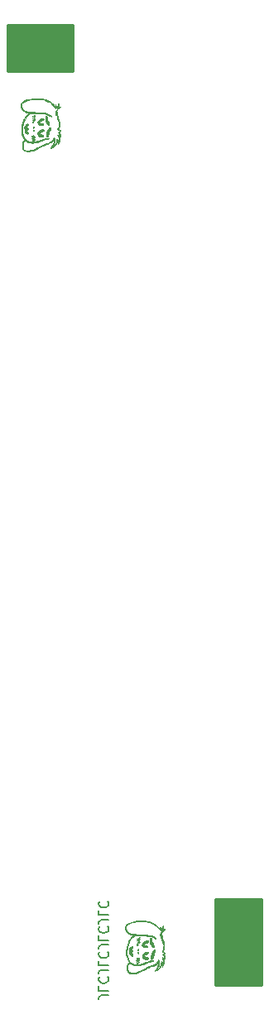
<source format=gbr>
G04 #@! TF.GenerationSoftware,KiCad,Pcbnew,(5.1.12)-1*
G04 #@! TF.CreationDate,2021-11-28T05:59:15+13:00*
G04 #@! TF.ProjectId,RGB-to-component-covers,5247422d-746f-42d6-936f-6d706f6e656e,rev?*
G04 #@! TF.SameCoordinates,Original*
G04 #@! TF.FileFunction,Legend,Bot*
G04 #@! TF.FilePolarity,Positive*
%FSLAX46Y46*%
G04 Gerber Fmt 4.6, Leading zero omitted, Abs format (unit mm)*
G04 Created by KiCad (PCBNEW (5.1.12)-1) date 2021-11-28 05:59:15*
%MOMM*%
%LPD*%
G01*
G04 APERTURE LIST*
%ADD10C,0.150000*%
%ADD11C,0.010000*%
%ADD12C,0.254000*%
%ADD13C,0.100000*%
G04 APERTURE END LIST*
D10*
X87247619Y-179919047D02*
X86533333Y-179919047D01*
X86390476Y-179966666D01*
X86295238Y-180061904D01*
X86247619Y-180204761D01*
X86247619Y-180300000D01*
X86247619Y-178966666D02*
X86247619Y-179442857D01*
X87247619Y-179442857D01*
X86342857Y-178061904D02*
X86295238Y-178109523D01*
X86247619Y-178252380D01*
X86247619Y-178347619D01*
X86295238Y-178490476D01*
X86390476Y-178585714D01*
X86485714Y-178633333D01*
X86676190Y-178680952D01*
X86819047Y-178680952D01*
X87009523Y-178633333D01*
X87104761Y-178585714D01*
X87200000Y-178490476D01*
X87247619Y-178347619D01*
X87247619Y-178252380D01*
X87200000Y-178109523D01*
X87152380Y-178061904D01*
X87247619Y-177347619D02*
X86533333Y-177347619D01*
X86390476Y-177395238D01*
X86295238Y-177490476D01*
X86247619Y-177633333D01*
X86247619Y-177728571D01*
X86247619Y-176395238D02*
X86247619Y-176871428D01*
X87247619Y-176871428D01*
X86342857Y-175490476D02*
X86295238Y-175538095D01*
X86247619Y-175680952D01*
X86247619Y-175776190D01*
X86295238Y-175919047D01*
X86390476Y-176014285D01*
X86485714Y-176061904D01*
X86676190Y-176109523D01*
X86819047Y-176109523D01*
X87009523Y-176061904D01*
X87104761Y-176014285D01*
X87200000Y-175919047D01*
X87247619Y-175776190D01*
X87247619Y-175680952D01*
X87200000Y-175538095D01*
X87152380Y-175490476D01*
X87247619Y-174776190D02*
X86533333Y-174776190D01*
X86390476Y-174823809D01*
X86295238Y-174919047D01*
X86247619Y-175061904D01*
X86247619Y-175157142D01*
X86247619Y-173823809D02*
X86247619Y-174300000D01*
X87247619Y-174300000D01*
X86342857Y-172919047D02*
X86295238Y-172966666D01*
X86247619Y-173109523D01*
X86247619Y-173204761D01*
X86295238Y-173347619D01*
X86390476Y-173442857D01*
X86485714Y-173490476D01*
X86676190Y-173538095D01*
X86819047Y-173538095D01*
X87009523Y-173490476D01*
X87104761Y-173442857D01*
X87200000Y-173347619D01*
X87247619Y-173204761D01*
X87247619Y-173109523D01*
X87200000Y-172966666D01*
X87152380Y-172919047D01*
X87247619Y-172204761D02*
X86533333Y-172204761D01*
X86390476Y-172252380D01*
X86295238Y-172347619D01*
X86247619Y-172490476D01*
X86247619Y-172585714D01*
X86247619Y-171252380D02*
X86247619Y-171728571D01*
X87247619Y-171728571D01*
X86342857Y-170347619D02*
X86295238Y-170395238D01*
X86247619Y-170538095D01*
X86247619Y-170633333D01*
X86295238Y-170776190D01*
X86390476Y-170871428D01*
X86485714Y-170919047D01*
X86676190Y-170966666D01*
X86819047Y-170966666D01*
X87009523Y-170919047D01*
X87104761Y-170871428D01*
X87200000Y-170776190D01*
X87247619Y-170633333D01*
X87247619Y-170538095D01*
X87200000Y-170395238D01*
X87152380Y-170347619D01*
D11*
G36*
X82297758Y-91450333D02*
G01*
X82239343Y-91427769D01*
X82187921Y-91395057D01*
X82142581Y-91353226D01*
X82135444Y-91302576D01*
X82165394Y-91213197D01*
X82179830Y-91178220D01*
X82225205Y-91034155D01*
X82241989Y-90875688D01*
X82228824Y-90688235D01*
X82184351Y-90457214D01*
X82107212Y-90168039D01*
X82075873Y-90062387D01*
X82003675Y-89817546D01*
X81958801Y-89637839D01*
X81942818Y-89507744D01*
X81957293Y-89411741D01*
X82003793Y-89334311D01*
X82083884Y-89259933D01*
X82162949Y-89199764D01*
X82262144Y-89113583D01*
X82283078Y-89059594D01*
X82225742Y-89037827D01*
X82207662Y-89037333D01*
X82153791Y-89024486D01*
X82139872Y-88970300D01*
X82148828Y-88894549D01*
X82152383Y-88784121D01*
X82125414Y-88722978D01*
X82124999Y-88722717D01*
X82085932Y-88729888D01*
X82077790Y-88770252D01*
X82051980Y-88851793D01*
X81988628Y-88954540D01*
X81973479Y-88973833D01*
X81869379Y-89100833D01*
X81867856Y-88963250D01*
X81855424Y-88869580D01*
X81827187Y-88826055D01*
X81824000Y-88825667D01*
X81790914Y-88861547D01*
X81781553Y-88920917D01*
X81775316Y-88967652D01*
X81748489Y-88966379D01*
X81688654Y-88910637D01*
X81622803Y-88838358D01*
X81360907Y-88605420D01*
X81033324Y-88416700D01*
X80744500Y-88305894D01*
X80604051Y-88266335D01*
X80466406Y-88239705D01*
X80309638Y-88223761D01*
X80111822Y-88216260D01*
X79855500Y-88214945D01*
X79476566Y-88226974D01*
X79162412Y-88262995D01*
X78895530Y-88327068D01*
X78658412Y-88423253D01*
X78458500Y-88538976D01*
X78338894Y-88622719D01*
X78273896Y-88690789D01*
X78245089Y-88770356D01*
X78235238Y-88868327D01*
X78261202Y-89105670D01*
X78313233Y-89237382D01*
X78426276Y-89400761D01*
X78587201Y-89521830D01*
X78811167Y-89610963D01*
X78890379Y-89632396D01*
X79110591Y-89687295D01*
X78940673Y-89817398D01*
X78802937Y-89961530D01*
X78668962Y-90171213D01*
X78546154Y-90427410D01*
X78441919Y-90711085D01*
X78363664Y-91003199D01*
X78318794Y-91284715D01*
X78310984Y-91435979D01*
X78328660Y-91635889D01*
X78376647Y-91856168D01*
X78445782Y-92065524D01*
X78526902Y-92232664D01*
X78556985Y-92276107D01*
X78644971Y-92387962D01*
X78519986Y-92560500D01*
X78443478Y-92682683D01*
X78405978Y-92800414D01*
X78395104Y-92955175D01*
X78395000Y-92979249D01*
X78411843Y-93172972D01*
X78457158Y-93346470D01*
X78523130Y-93478107D01*
X78599537Y-93545362D01*
X78737991Y-93577642D01*
X78925858Y-93595136D01*
X79004567Y-93595729D01*
X79004567Y-93524667D01*
X78789300Y-93507796D01*
X78641286Y-93450153D01*
X78548694Y-93341197D01*
X78499691Y-93170384D01*
X78488273Y-93064654D01*
X78482266Y-92906871D01*
X78497351Y-92796707D01*
X78541176Y-92698188D01*
X78579020Y-92637866D01*
X78688656Y-92472196D01*
X78816858Y-92591954D01*
X78974020Y-92686269D01*
X79189822Y-92740478D01*
X79448659Y-92755172D01*
X79734924Y-92730941D01*
X80033013Y-92668375D01*
X80327320Y-92568066D01*
X80410454Y-92531667D01*
X80588752Y-92456158D01*
X80762526Y-92394151D01*
X80900105Y-92356684D01*
X80924417Y-92352543D01*
X81034199Y-92328578D01*
X81097889Y-92297484D01*
X81104334Y-92285349D01*
X81068001Y-92257221D01*
X80969936Y-92258186D01*
X80826536Y-92284719D01*
X80654199Y-92333293D01*
X80469323Y-92400382D01*
X80369363Y-92443382D01*
X80019795Y-92572065D01*
X79667577Y-92644153D01*
X79335657Y-92655735D01*
X79207144Y-92641504D01*
X78977682Y-92562057D01*
X78773922Y-92403002D01*
X78597695Y-92165960D01*
X78532164Y-92043195D01*
X78475174Y-91913552D01*
X78441197Y-91794239D01*
X78424789Y-91655290D01*
X78420503Y-91466735D01*
X78420581Y-91429167D01*
X78427528Y-91212505D01*
X78450758Y-91026748D01*
X78496892Y-90833517D01*
X78556020Y-90643883D01*
X78678904Y-90332286D01*
X78821649Y-90090322D01*
X78994292Y-89903526D01*
X79146826Y-89792540D01*
X79216282Y-89753127D01*
X79285707Y-89726561D01*
X79372452Y-89710824D01*
X79493867Y-89703897D01*
X79667302Y-89703760D01*
X79876347Y-89707644D01*
X80274674Y-89726223D01*
X80601551Y-89764148D01*
X80868433Y-89823571D01*
X81086771Y-89906648D01*
X81169887Y-89950941D01*
X81303141Y-90017096D01*
X81382798Y-90035080D01*
X81401651Y-90011344D01*
X81352490Y-89952335D01*
X81250768Y-89878578D01*
X80995058Y-89751429D01*
X80696293Y-89670586D01*
X80341144Y-89632964D01*
X80174690Y-89629311D01*
X79844709Y-89623205D01*
X79526523Y-89607028D01*
X79234929Y-89582299D01*
X78984724Y-89550537D01*
X78790708Y-89513260D01*
X78674387Y-89475320D01*
X78525720Y-89371080D01*
X78411775Y-89227617D01*
X78339069Y-89064402D01*
X78314118Y-88900909D01*
X78343439Y-88756611D01*
X78405584Y-88672154D01*
X78561901Y-88562419D01*
X78768985Y-88454277D01*
X78994094Y-88363282D01*
X79157000Y-88315185D01*
X79297572Y-88292195D01*
X79493557Y-88273543D01*
X79715726Y-88261537D01*
X79876667Y-88258302D01*
X80110148Y-88260349D01*
X80289676Y-88271336D01*
X80445834Y-88295498D01*
X80609206Y-88337071D01*
X80742265Y-88378165D01*
X80920706Y-88442152D01*
X81076954Y-88510163D01*
X81186752Y-88571151D01*
X81214288Y-88593106D01*
X81301256Y-88667987D01*
X81370795Y-88710635D01*
X81432656Y-88757673D01*
X81515776Y-88848447D01*
X81553335Y-88896703D01*
X81674340Y-89053846D01*
X81762708Y-89148045D01*
X81830337Y-89188366D01*
X81889128Y-89183870D01*
X81913577Y-89171092D01*
X82007327Y-89124532D01*
X82041406Y-89135090D01*
X82013774Y-89197858D01*
X81955386Y-89271640D01*
X81879046Y-89369689D01*
X81839541Y-89462838D01*
X81825284Y-89586561D01*
X81824000Y-89673807D01*
X81830461Y-89808499D01*
X81847319Y-89899752D01*
X81866334Y-89926333D01*
X81908466Y-89892591D01*
X81912887Y-89873417D01*
X81923010Y-89848674D01*
X81940204Y-89887423D01*
X81959845Y-89969302D01*
X81977307Y-90073947D01*
X81987968Y-90180996D01*
X81989114Y-90209060D01*
X82006971Y-90337628D01*
X82046192Y-90435743D01*
X82058596Y-90451215D01*
X82148686Y-90575548D01*
X82183300Y-90722805D01*
X82164037Y-90909460D01*
X82119018Y-91073425D01*
X82023539Y-91370367D01*
X82119769Y-91437770D01*
X82216000Y-91505172D01*
X82115250Y-91586714D01*
X82052538Y-91652324D01*
X82065140Y-91688731D01*
X82068308Y-91690119D01*
X82118958Y-91738059D01*
X82180752Y-91827122D01*
X82230894Y-91920865D01*
X82247334Y-91976350D01*
X82213714Y-91979870D01*
X82142999Y-91958903D01*
X82049268Y-91939366D01*
X82019025Y-91975134D01*
X82052831Y-92064873D01*
X82080132Y-92109141D01*
X82129236Y-92219023D01*
X82157053Y-92350204D01*
X82160767Y-92472628D01*
X82137566Y-92556242D01*
X82123312Y-92570326D01*
X82085424Y-92551317D01*
X82040966Y-92473654D01*
X82030956Y-92448079D01*
X81981696Y-92347877D01*
X81940908Y-92330315D01*
X81914831Y-92393393D01*
X81908667Y-92487243D01*
X81869227Y-92726666D01*
X81750669Y-92936040D01*
X81707554Y-92984917D01*
X81612905Y-93073770D01*
X81565575Y-93095275D01*
X81568540Y-93050772D01*
X81621958Y-92946362D01*
X81678418Y-92821623D01*
X81707583Y-92671680D01*
X81715780Y-92495392D01*
X81709183Y-92311917D01*
X81686101Y-92210176D01*
X81647025Y-92190618D01*
X81592446Y-92253694D01*
X81547990Y-92341206D01*
X81454797Y-92500960D01*
X81330438Y-92615801D01*
X81153961Y-92701886D01*
X81027252Y-92742785D01*
X80897731Y-92789313D01*
X80717033Y-92866690D01*
X80507966Y-92964606D01*
X80293340Y-93072747D01*
X80268690Y-93085713D01*
X79956459Y-93245644D01*
X79700200Y-93364004D01*
X79485238Y-93445888D01*
X79296901Y-93496391D01*
X79120515Y-93520608D01*
X79004567Y-93524667D01*
X79004567Y-93595729D01*
X79128984Y-93596668D01*
X79313216Y-93581059D01*
X79364972Y-93571747D01*
X79492484Y-93533027D01*
X79670063Y-93464050D01*
X79873332Y-93374884D01*
X80060798Y-93284326D01*
X80325019Y-93150506D01*
X80526392Y-93049365D01*
X80677498Y-92975126D01*
X80790916Y-92922012D01*
X80879228Y-92884245D01*
X80955014Y-92856049D01*
X81030855Y-92831645D01*
X81076251Y-92818013D01*
X81295880Y-92736928D01*
X81451584Y-92638134D01*
X81564005Y-92508049D01*
X81575799Y-92489312D01*
X81654351Y-92360500D01*
X81653579Y-92508667D01*
X81622972Y-92689099D01*
X81540541Y-92898027D01*
X81417921Y-93107895D01*
X81376425Y-93165102D01*
X81313539Y-93263765D01*
X81313788Y-93309412D01*
X81374207Y-93301931D01*
X81491828Y-93241210D01*
X81597128Y-93173426D01*
X81801067Y-92989869D01*
X81908581Y-92824176D01*
X82014329Y-92614500D01*
X82038717Y-92762667D01*
X82063104Y-92910833D01*
X82158973Y-92699167D01*
X82225950Y-92506079D01*
X82239023Y-92323656D01*
X82236506Y-92290272D01*
X82230514Y-92169201D01*
X82244457Y-92116525D01*
X82275085Y-92114885D01*
X82319977Y-92102848D01*
X82330111Y-92028944D01*
X82305894Y-91908321D01*
X82266586Y-91799056D01*
X82227846Y-91695149D01*
X82226174Y-91638035D01*
X82261572Y-91598386D01*
X82266586Y-91594665D01*
X82318870Y-91533601D01*
X82330450Y-91474762D01*
X82297758Y-91450333D01*
G37*
X82297758Y-91450333D02*
X82239343Y-91427769D01*
X82187921Y-91395057D01*
X82142581Y-91353226D01*
X82135444Y-91302576D01*
X82165394Y-91213197D01*
X82179830Y-91178220D01*
X82225205Y-91034155D01*
X82241989Y-90875688D01*
X82228824Y-90688235D01*
X82184351Y-90457214D01*
X82107212Y-90168039D01*
X82075873Y-90062387D01*
X82003675Y-89817546D01*
X81958801Y-89637839D01*
X81942818Y-89507744D01*
X81957293Y-89411741D01*
X82003793Y-89334311D01*
X82083884Y-89259933D01*
X82162949Y-89199764D01*
X82262144Y-89113583D01*
X82283078Y-89059594D01*
X82225742Y-89037827D01*
X82207662Y-89037333D01*
X82153791Y-89024486D01*
X82139872Y-88970300D01*
X82148828Y-88894549D01*
X82152383Y-88784121D01*
X82125414Y-88722978D01*
X82124999Y-88722717D01*
X82085932Y-88729888D01*
X82077790Y-88770252D01*
X82051980Y-88851793D01*
X81988628Y-88954540D01*
X81973479Y-88973833D01*
X81869379Y-89100833D01*
X81867856Y-88963250D01*
X81855424Y-88869580D01*
X81827187Y-88826055D01*
X81824000Y-88825667D01*
X81790914Y-88861547D01*
X81781553Y-88920917D01*
X81775316Y-88967652D01*
X81748489Y-88966379D01*
X81688654Y-88910637D01*
X81622803Y-88838358D01*
X81360907Y-88605420D01*
X81033324Y-88416700D01*
X80744500Y-88305894D01*
X80604051Y-88266335D01*
X80466406Y-88239705D01*
X80309638Y-88223761D01*
X80111822Y-88216260D01*
X79855500Y-88214945D01*
X79476566Y-88226974D01*
X79162412Y-88262995D01*
X78895530Y-88327068D01*
X78658412Y-88423253D01*
X78458500Y-88538976D01*
X78338894Y-88622719D01*
X78273896Y-88690789D01*
X78245089Y-88770356D01*
X78235238Y-88868327D01*
X78261202Y-89105670D01*
X78313233Y-89237382D01*
X78426276Y-89400761D01*
X78587201Y-89521830D01*
X78811167Y-89610963D01*
X78890379Y-89632396D01*
X79110591Y-89687295D01*
X78940673Y-89817398D01*
X78802937Y-89961530D01*
X78668962Y-90171213D01*
X78546154Y-90427410D01*
X78441919Y-90711085D01*
X78363664Y-91003199D01*
X78318794Y-91284715D01*
X78310984Y-91435979D01*
X78328660Y-91635889D01*
X78376647Y-91856168D01*
X78445782Y-92065524D01*
X78526902Y-92232664D01*
X78556985Y-92276107D01*
X78644971Y-92387962D01*
X78519986Y-92560500D01*
X78443478Y-92682683D01*
X78405978Y-92800414D01*
X78395104Y-92955175D01*
X78395000Y-92979249D01*
X78411843Y-93172972D01*
X78457158Y-93346470D01*
X78523130Y-93478107D01*
X78599537Y-93545362D01*
X78737991Y-93577642D01*
X78925858Y-93595136D01*
X79004567Y-93595729D01*
X79004567Y-93524667D01*
X78789300Y-93507796D01*
X78641286Y-93450153D01*
X78548694Y-93341197D01*
X78499691Y-93170384D01*
X78488273Y-93064654D01*
X78482266Y-92906871D01*
X78497351Y-92796707D01*
X78541176Y-92698188D01*
X78579020Y-92637866D01*
X78688656Y-92472196D01*
X78816858Y-92591954D01*
X78974020Y-92686269D01*
X79189822Y-92740478D01*
X79448659Y-92755172D01*
X79734924Y-92730941D01*
X80033013Y-92668375D01*
X80327320Y-92568066D01*
X80410454Y-92531667D01*
X80588752Y-92456158D01*
X80762526Y-92394151D01*
X80900105Y-92356684D01*
X80924417Y-92352543D01*
X81034199Y-92328578D01*
X81097889Y-92297484D01*
X81104334Y-92285349D01*
X81068001Y-92257221D01*
X80969936Y-92258186D01*
X80826536Y-92284719D01*
X80654199Y-92333293D01*
X80469323Y-92400382D01*
X80369363Y-92443382D01*
X80019795Y-92572065D01*
X79667577Y-92644153D01*
X79335657Y-92655735D01*
X79207144Y-92641504D01*
X78977682Y-92562057D01*
X78773922Y-92403002D01*
X78597695Y-92165960D01*
X78532164Y-92043195D01*
X78475174Y-91913552D01*
X78441197Y-91794239D01*
X78424789Y-91655290D01*
X78420503Y-91466735D01*
X78420581Y-91429167D01*
X78427528Y-91212505D01*
X78450758Y-91026748D01*
X78496892Y-90833517D01*
X78556020Y-90643883D01*
X78678904Y-90332286D01*
X78821649Y-90090322D01*
X78994292Y-89903526D01*
X79146826Y-89792540D01*
X79216282Y-89753127D01*
X79285707Y-89726561D01*
X79372452Y-89710824D01*
X79493867Y-89703897D01*
X79667302Y-89703760D01*
X79876347Y-89707644D01*
X80274674Y-89726223D01*
X80601551Y-89764148D01*
X80868433Y-89823571D01*
X81086771Y-89906648D01*
X81169887Y-89950941D01*
X81303141Y-90017096D01*
X81382798Y-90035080D01*
X81401651Y-90011344D01*
X81352490Y-89952335D01*
X81250768Y-89878578D01*
X80995058Y-89751429D01*
X80696293Y-89670586D01*
X80341144Y-89632964D01*
X80174690Y-89629311D01*
X79844709Y-89623205D01*
X79526523Y-89607028D01*
X79234929Y-89582299D01*
X78984724Y-89550537D01*
X78790708Y-89513260D01*
X78674387Y-89475320D01*
X78525720Y-89371080D01*
X78411775Y-89227617D01*
X78339069Y-89064402D01*
X78314118Y-88900909D01*
X78343439Y-88756611D01*
X78405584Y-88672154D01*
X78561901Y-88562419D01*
X78768985Y-88454277D01*
X78994094Y-88363282D01*
X79157000Y-88315185D01*
X79297572Y-88292195D01*
X79493557Y-88273543D01*
X79715726Y-88261537D01*
X79876667Y-88258302D01*
X80110148Y-88260349D01*
X80289676Y-88271336D01*
X80445834Y-88295498D01*
X80609206Y-88337071D01*
X80742265Y-88378165D01*
X80920706Y-88442152D01*
X81076954Y-88510163D01*
X81186752Y-88571151D01*
X81214288Y-88593106D01*
X81301256Y-88667987D01*
X81370795Y-88710635D01*
X81432656Y-88757673D01*
X81515776Y-88848447D01*
X81553335Y-88896703D01*
X81674340Y-89053846D01*
X81762708Y-89148045D01*
X81830337Y-89188366D01*
X81889128Y-89183870D01*
X81913577Y-89171092D01*
X82007327Y-89124532D01*
X82041406Y-89135090D01*
X82013774Y-89197858D01*
X81955386Y-89271640D01*
X81879046Y-89369689D01*
X81839541Y-89462838D01*
X81825284Y-89586561D01*
X81824000Y-89673807D01*
X81830461Y-89808499D01*
X81847319Y-89899752D01*
X81866334Y-89926333D01*
X81908466Y-89892591D01*
X81912887Y-89873417D01*
X81923010Y-89848674D01*
X81940204Y-89887423D01*
X81959845Y-89969302D01*
X81977307Y-90073947D01*
X81987968Y-90180996D01*
X81989114Y-90209060D01*
X82006971Y-90337628D01*
X82046192Y-90435743D01*
X82058596Y-90451215D01*
X82148686Y-90575548D01*
X82183300Y-90722805D01*
X82164037Y-90909460D01*
X82119018Y-91073425D01*
X82023539Y-91370367D01*
X82119769Y-91437770D01*
X82216000Y-91505172D01*
X82115250Y-91586714D01*
X82052538Y-91652324D01*
X82065140Y-91688731D01*
X82068308Y-91690119D01*
X82118958Y-91738059D01*
X82180752Y-91827122D01*
X82230894Y-91920865D01*
X82247334Y-91976350D01*
X82213714Y-91979870D01*
X82142999Y-91958903D01*
X82049268Y-91939366D01*
X82019025Y-91975134D01*
X82052831Y-92064873D01*
X82080132Y-92109141D01*
X82129236Y-92219023D01*
X82157053Y-92350204D01*
X82160767Y-92472628D01*
X82137566Y-92556242D01*
X82123312Y-92570326D01*
X82085424Y-92551317D01*
X82040966Y-92473654D01*
X82030956Y-92448079D01*
X81981696Y-92347877D01*
X81940908Y-92330315D01*
X81914831Y-92393393D01*
X81908667Y-92487243D01*
X81869227Y-92726666D01*
X81750669Y-92936040D01*
X81707554Y-92984917D01*
X81612905Y-93073770D01*
X81565575Y-93095275D01*
X81568540Y-93050772D01*
X81621958Y-92946362D01*
X81678418Y-92821623D01*
X81707583Y-92671680D01*
X81715780Y-92495392D01*
X81709183Y-92311917D01*
X81686101Y-92210176D01*
X81647025Y-92190618D01*
X81592446Y-92253694D01*
X81547990Y-92341206D01*
X81454797Y-92500960D01*
X81330438Y-92615801D01*
X81153961Y-92701886D01*
X81027252Y-92742785D01*
X80897731Y-92789313D01*
X80717033Y-92866690D01*
X80507966Y-92964606D01*
X80293340Y-93072747D01*
X80268690Y-93085713D01*
X79956459Y-93245644D01*
X79700200Y-93364004D01*
X79485238Y-93445888D01*
X79296901Y-93496391D01*
X79120515Y-93520608D01*
X79004567Y-93524667D01*
X79004567Y-93595729D01*
X79128984Y-93596668D01*
X79313216Y-93581059D01*
X79364972Y-93571747D01*
X79492484Y-93533027D01*
X79670063Y-93464050D01*
X79873332Y-93374884D01*
X80060798Y-93284326D01*
X80325019Y-93150506D01*
X80526392Y-93049365D01*
X80677498Y-92975126D01*
X80790916Y-92922012D01*
X80879228Y-92884245D01*
X80955014Y-92856049D01*
X81030855Y-92831645D01*
X81076251Y-92818013D01*
X81295880Y-92736928D01*
X81451584Y-92638134D01*
X81564005Y-92508049D01*
X81575799Y-92489312D01*
X81654351Y-92360500D01*
X81653579Y-92508667D01*
X81622972Y-92689099D01*
X81540541Y-92898027D01*
X81417921Y-93107895D01*
X81376425Y-93165102D01*
X81313539Y-93263765D01*
X81313788Y-93309412D01*
X81374207Y-93301931D01*
X81491828Y-93241210D01*
X81597128Y-93173426D01*
X81801067Y-92989869D01*
X81908581Y-92824176D01*
X82014329Y-92614500D01*
X82038717Y-92762667D01*
X82063104Y-92910833D01*
X82158973Y-92699167D01*
X82225950Y-92506079D01*
X82239023Y-92323656D01*
X82236506Y-92290272D01*
X82230514Y-92169201D01*
X82244457Y-92116525D01*
X82275085Y-92114885D01*
X82319977Y-92102848D01*
X82330111Y-92028944D01*
X82305894Y-91908321D01*
X82266586Y-91799056D01*
X82227846Y-91695149D01*
X82226174Y-91638035D01*
X82261572Y-91598386D01*
X82266586Y-91594665D01*
X82318870Y-91533601D01*
X82330450Y-91474762D01*
X82297758Y-91450333D01*
G36*
X78969947Y-90789809D02*
G01*
X78963710Y-90787238D01*
X78887531Y-90800219D01*
X78779913Y-90876764D01*
X78752044Y-90902705D01*
X78646210Y-91024793D01*
X78610387Y-91126032D01*
X78639029Y-91223778D01*
X78645859Y-91235034D01*
X78666357Y-91317248D01*
X78662176Y-91427876D01*
X78669520Y-91538506D01*
X78716327Y-91647933D01*
X78787916Y-91741928D01*
X78869605Y-91806262D01*
X78946715Y-91826706D01*
X79004564Y-91789031D01*
X79014214Y-91769078D01*
X79006391Y-91696023D01*
X78955258Y-91601752D01*
X78948737Y-91593211D01*
X78892080Y-91510844D01*
X78888560Y-91456874D01*
X78923519Y-91408717D01*
X78982536Y-91305085D01*
X78958327Y-91213262D01*
X78913584Y-91169222D01*
X78866913Y-91123701D01*
X78878870Y-91082346D01*
X78934750Y-91030770D01*
X79011557Y-90936166D01*
X79024077Y-90849214D01*
X78969947Y-90789809D01*
G37*
X78969947Y-90789809D02*
X78963710Y-90787238D01*
X78887531Y-90800219D01*
X78779913Y-90876764D01*
X78752044Y-90902705D01*
X78646210Y-91024793D01*
X78610387Y-91126032D01*
X78639029Y-91223778D01*
X78645859Y-91235034D01*
X78666357Y-91317248D01*
X78662176Y-91427876D01*
X78669520Y-91538506D01*
X78716327Y-91647933D01*
X78787916Y-91741928D01*
X78869605Y-91806262D01*
X78946715Y-91826706D01*
X79004564Y-91789031D01*
X79014214Y-91769078D01*
X79006391Y-91696023D01*
X78955258Y-91601752D01*
X78948737Y-91593211D01*
X78892080Y-91510844D01*
X78888560Y-91456874D01*
X78923519Y-91408717D01*
X78982536Y-91305085D01*
X78958327Y-91213262D01*
X78913584Y-91169222D01*
X78866913Y-91123701D01*
X78878870Y-91082346D01*
X78934750Y-91030770D01*
X79011557Y-90936166D01*
X79024077Y-90849214D01*
X78969947Y-90789809D01*
G36*
X79673112Y-92121604D02*
G01*
X79586719Y-92143922D01*
X79538431Y-92162561D01*
X79435252Y-92212621D01*
X79375243Y-92254739D01*
X79369098Y-92265818D01*
X79402916Y-92271834D01*
X79487899Y-92247511D01*
X79522004Y-92234068D01*
X79623303Y-92193282D01*
X79685176Y-92171257D01*
X79691337Y-92170000D01*
X79707092Y-92137597D01*
X79707334Y-92130811D01*
X79673112Y-92121604D01*
G37*
X79673112Y-92121604D02*
X79586719Y-92143922D01*
X79538431Y-92162561D01*
X79435252Y-92212621D01*
X79375243Y-92254739D01*
X79369098Y-92265818D01*
X79402916Y-92271834D01*
X79487899Y-92247511D01*
X79522004Y-92234068D01*
X79623303Y-92193282D01*
X79685176Y-92171257D01*
X79691337Y-92170000D01*
X79707092Y-92137597D01*
X79707334Y-92130811D01*
X79673112Y-92121604D01*
G36*
X79651394Y-92015282D02*
G01*
X79602252Y-92015806D01*
X79544409Y-92039570D01*
X79455929Y-92079299D01*
X79423592Y-92078490D01*
X79456566Y-92039370D01*
X79476993Y-92023180D01*
X79530474Y-91972785D01*
X79510045Y-91961235D01*
X79435630Y-91984029D01*
X79380544Y-92018455D01*
X79382228Y-92077984D01*
X79396494Y-92116455D01*
X79430540Y-92143718D01*
X79504913Y-92122515D01*
X79545253Y-92102750D01*
X79624719Y-92053337D01*
X79653039Y-92018281D01*
X79651394Y-92015282D01*
G37*
X79651394Y-92015282D02*
X79602252Y-92015806D01*
X79544409Y-92039570D01*
X79455929Y-92079299D01*
X79423592Y-92078490D01*
X79456566Y-92039370D01*
X79476993Y-92023180D01*
X79530474Y-91972785D01*
X79510045Y-91961235D01*
X79435630Y-91984029D01*
X79380544Y-92018455D01*
X79382228Y-92077984D01*
X79396494Y-92116455D01*
X79430540Y-92143718D01*
X79504913Y-92122515D01*
X79545253Y-92102750D01*
X79624719Y-92053337D01*
X79653039Y-92018281D01*
X79651394Y-92015282D01*
G36*
X79640589Y-92393897D02*
G01*
X79554293Y-92425080D01*
X79471276Y-92474093D01*
X79426436Y-92523662D01*
X79425112Y-92531515D01*
X79441539Y-92586852D01*
X79454680Y-92593333D01*
X79505039Y-92570723D01*
X79579890Y-92517685D01*
X79651932Y-92456407D01*
X79693862Y-92409078D01*
X79695261Y-92397816D01*
X79640589Y-92393897D01*
G37*
X79640589Y-92393897D02*
X79554293Y-92425080D01*
X79471276Y-92474093D01*
X79426436Y-92523662D01*
X79425112Y-92531515D01*
X79441539Y-92586852D01*
X79454680Y-92593333D01*
X79505039Y-92570723D01*
X79579890Y-92517685D01*
X79651932Y-92456407D01*
X79693862Y-92409078D01*
X79695261Y-92397816D01*
X79640589Y-92393897D01*
G36*
X79635869Y-92259540D02*
G01*
X79569073Y-92280762D01*
X79495667Y-92318167D01*
X79435182Y-92362260D01*
X79451717Y-92379996D01*
X79455826Y-92380167D01*
X79540146Y-92357081D01*
X79603993Y-92319513D01*
X79651997Y-92272513D01*
X79635869Y-92259540D01*
G37*
X79635869Y-92259540D02*
X79569073Y-92280762D01*
X79495667Y-92318167D01*
X79435182Y-92362260D01*
X79451717Y-92379996D01*
X79455826Y-92380167D01*
X79540146Y-92357081D01*
X79603993Y-92319513D01*
X79651997Y-92272513D01*
X79635869Y-92259540D01*
G36*
X79516429Y-90616313D02*
G01*
X79448258Y-90647234D01*
X79411217Y-90691209D01*
X79411000Y-90694352D01*
X79441676Y-90707658D01*
X79499293Y-90686393D01*
X79560000Y-90643684D01*
X79568852Y-90620407D01*
X79516429Y-90616313D01*
G37*
X79516429Y-90616313D02*
X79448258Y-90647234D01*
X79411217Y-90691209D01*
X79411000Y-90694352D01*
X79441676Y-90707658D01*
X79499293Y-90686393D01*
X79560000Y-90643684D01*
X79568852Y-90620407D01*
X79516429Y-90616313D01*
G36*
X79696403Y-90360911D02*
G01*
X79614899Y-90413137D01*
X79559167Y-90457655D01*
X79432167Y-90565222D01*
X79567066Y-90500079D01*
X79665165Y-90444800D01*
X79725389Y-90396413D01*
X79728314Y-90392301D01*
X79738562Y-90352284D01*
X79696403Y-90360911D01*
G37*
X79696403Y-90360911D02*
X79614899Y-90413137D01*
X79559167Y-90457655D01*
X79432167Y-90565222D01*
X79567066Y-90500079D01*
X79665165Y-90444800D01*
X79725389Y-90396413D01*
X79728314Y-90392301D01*
X79738562Y-90352284D01*
X79696403Y-90360911D01*
G36*
X79692844Y-90224075D02*
G01*
X79637714Y-90246985D01*
X79553382Y-90304339D01*
X79549552Y-90307333D01*
X79488819Y-90363882D01*
X79481091Y-90391469D01*
X79485268Y-90392000D01*
X79536569Y-90372164D01*
X79605837Y-90325881D01*
X79668547Y-90272994D01*
X79700174Y-90233341D01*
X79692844Y-90224075D01*
G37*
X79692844Y-90224075D02*
X79637714Y-90246985D01*
X79553382Y-90304339D01*
X79549552Y-90307333D01*
X79488819Y-90363882D01*
X79481091Y-90391469D01*
X79485268Y-90392000D01*
X79536569Y-90372164D01*
X79605837Y-90325881D01*
X79668547Y-90272994D01*
X79700174Y-90233341D01*
X79692844Y-90224075D01*
G36*
X79722442Y-90011287D02*
G01*
X79716417Y-90011000D01*
X79658981Y-90037221D01*
X79576784Y-90099038D01*
X79499177Y-90171186D01*
X79455509Y-90228397D01*
X79453334Y-90237481D01*
X79482998Y-90237772D01*
X79556537Y-90196740D01*
X79579054Y-90181245D01*
X79686400Y-90096021D01*
X79736562Y-90036436D01*
X79722442Y-90011287D01*
G37*
X79722442Y-90011287D02*
X79716417Y-90011000D01*
X79658981Y-90037221D01*
X79576784Y-90099038D01*
X79499177Y-90171186D01*
X79455509Y-90228397D01*
X79453334Y-90237481D01*
X79482998Y-90237772D01*
X79556537Y-90196740D01*
X79579054Y-90181245D01*
X79686400Y-90096021D01*
X79736562Y-90036436D01*
X79722442Y-90011287D01*
G36*
X79708214Y-89891916D02*
G01*
X79647019Y-89904016D01*
X79561024Y-89951127D01*
X79484913Y-90010571D01*
X79453334Y-90058591D01*
X79484107Y-90061643D01*
X79561474Y-90024508D01*
X79599799Y-90000806D01*
X79681217Y-89939674D01*
X79713045Y-89898848D01*
X79708214Y-89891916D01*
G37*
X79708214Y-89891916D02*
X79647019Y-89904016D01*
X79561024Y-89951127D01*
X79484913Y-90010571D01*
X79453334Y-90058591D01*
X79484107Y-90061643D01*
X79561474Y-90024508D01*
X79599799Y-90000806D01*
X79681217Y-89939674D01*
X79713045Y-89898848D01*
X79708214Y-89891916D01*
G36*
X79588978Y-91450918D02*
G01*
X79559167Y-91435025D01*
X79504553Y-91441529D01*
X79495667Y-91472829D01*
X79529583Y-91527794D01*
X79559167Y-91535000D01*
X79615538Y-91514547D01*
X79622667Y-91497196D01*
X79588978Y-91450918D01*
G37*
X79588978Y-91450918D02*
X79559167Y-91435025D01*
X79504553Y-91441529D01*
X79495667Y-91472829D01*
X79529583Y-91527794D01*
X79559167Y-91535000D01*
X79615538Y-91514547D01*
X79622667Y-91497196D01*
X79588978Y-91450918D01*
G36*
X79606945Y-91079166D02*
G01*
X79573793Y-91078549D01*
X79517594Y-91131980D01*
X79502208Y-91172967D01*
X79511390Y-91228834D01*
X79544541Y-91229451D01*
X79600741Y-91176020D01*
X79616127Y-91135033D01*
X79606945Y-91079166D01*
G37*
X79606945Y-91079166D02*
X79573793Y-91078549D01*
X79517594Y-91131980D01*
X79502208Y-91172967D01*
X79511390Y-91228834D01*
X79544541Y-91229451D01*
X79600741Y-91176020D01*
X79616127Y-91135033D01*
X79606945Y-91079166D01*
G36*
X80610455Y-91426072D02*
G01*
X80549613Y-91369171D01*
X80443443Y-91365331D01*
X80308702Y-91410048D01*
X80162149Y-91498816D01*
X80077750Y-91569260D01*
X79982700Y-91696845D01*
X79971781Y-91827677D01*
X80044513Y-91967978D01*
X80046662Y-91970727D01*
X80164494Y-92074270D01*
X80307931Y-92136594D01*
X80446945Y-92147632D01*
X80512878Y-92127019D01*
X80576998Y-92064268D01*
X80578451Y-92015125D01*
X80556797Y-91949188D01*
X80554000Y-91933704D01*
X80517204Y-91921147D01*
X80430024Y-91916000D01*
X80314645Y-91894481D01*
X80230785Y-91841257D01*
X80197613Y-91773326D01*
X80215276Y-91725570D01*
X80284402Y-91672932D01*
X80390229Y-91619713D01*
X80396654Y-91617126D01*
X80536782Y-91552991D01*
X80605439Y-91496245D01*
X80613987Y-91436737D01*
X80610455Y-91426072D01*
G37*
X80610455Y-91426072D02*
X80549613Y-91369171D01*
X80443443Y-91365331D01*
X80308702Y-91410048D01*
X80162149Y-91498816D01*
X80077750Y-91569260D01*
X79982700Y-91696845D01*
X79971781Y-91827677D01*
X80044513Y-91967978D01*
X80046662Y-91970727D01*
X80164494Y-92074270D01*
X80307931Y-92136594D01*
X80446945Y-92147632D01*
X80512878Y-92127019D01*
X80576998Y-92064268D01*
X80578451Y-92015125D01*
X80556797Y-91949188D01*
X80554000Y-91933704D01*
X80517204Y-91921147D01*
X80430024Y-91916000D01*
X80314645Y-91894481D01*
X80230785Y-91841257D01*
X80197613Y-91773326D01*
X80215276Y-91725570D01*
X80284402Y-91672932D01*
X80390229Y-91619713D01*
X80396654Y-91617126D01*
X80536782Y-91552991D01*
X80605439Y-91496245D01*
X80613987Y-91436737D01*
X80610455Y-91426072D01*
G36*
X80579067Y-90248385D02*
G01*
X80512765Y-90225487D01*
X80443187Y-90222667D01*
X80331343Y-90237723D01*
X80229544Y-90293466D01*
X80125687Y-90387020D01*
X80003539Y-90540798D01*
X79963639Y-90676084D01*
X80005817Y-90793781D01*
X80042715Y-90833527D01*
X80144032Y-90889465D01*
X80280148Y-90923863D01*
X80414067Y-90930948D01*
X80507253Y-90906010D01*
X80548974Y-90843651D01*
X80524323Y-90779404D01*
X80447824Y-90736365D01*
X80396579Y-90730019D01*
X80290219Y-90718177D01*
X80226569Y-90696173D01*
X80201959Y-90642531D01*
X80239094Y-90569902D01*
X80323257Y-90495667D01*
X80439736Y-90437204D01*
X80448298Y-90434290D01*
X80561532Y-90376248D01*
X80596334Y-90304050D01*
X80579067Y-90248385D01*
G37*
X80579067Y-90248385D02*
X80512765Y-90225487D01*
X80443187Y-90222667D01*
X80331343Y-90237723D01*
X80229544Y-90293466D01*
X80125687Y-90387020D01*
X80003539Y-90540798D01*
X79963639Y-90676084D01*
X80005817Y-90793781D01*
X80042715Y-90833527D01*
X80144032Y-90889465D01*
X80280148Y-90923863D01*
X80414067Y-90930948D01*
X80507253Y-90906010D01*
X80548974Y-90843651D01*
X80524323Y-90779404D01*
X80447824Y-90736365D01*
X80396579Y-90730019D01*
X80290219Y-90718177D01*
X80226569Y-90696173D01*
X80201959Y-90642531D01*
X80239094Y-90569902D01*
X80323257Y-90495667D01*
X80439736Y-90437204D01*
X80448298Y-90434290D01*
X80561532Y-90376248D01*
X80596334Y-90304050D01*
X80579067Y-90248385D01*
G36*
X81172686Y-90749579D02*
G01*
X81099942Y-90603909D01*
X81083167Y-90578473D01*
X80997393Y-90396217D01*
X80977334Y-90262555D01*
X80965797Y-90097241D01*
X80927971Y-90003050D01*
X80859033Y-89969205D01*
X80845805Y-89968667D01*
X80801635Y-89978860D01*
X80777353Y-90021943D01*
X80767291Y-90116671D01*
X80765667Y-90233815D01*
X80772170Y-90397115D01*
X80800291Y-90518658D01*
X80862955Y-90640730D01*
X80914017Y-90719250D01*
X81017662Y-90855392D01*
X81094096Y-90914647D01*
X81125683Y-90915239D01*
X81181559Y-90855675D01*
X81172686Y-90749579D01*
G37*
X81172686Y-90749579D02*
X81099942Y-90603909D01*
X81083167Y-90578473D01*
X80997393Y-90396217D01*
X80977334Y-90262555D01*
X80965797Y-90097241D01*
X80927971Y-90003050D01*
X80859033Y-89969205D01*
X80845805Y-89968667D01*
X80801635Y-89978860D01*
X80777353Y-90021943D01*
X80767291Y-90116671D01*
X80765667Y-90233815D01*
X80772170Y-90397115D01*
X80800291Y-90518658D01*
X80862955Y-90640730D01*
X80914017Y-90719250D01*
X81017662Y-90855392D01*
X81094096Y-90914647D01*
X81125683Y-90915239D01*
X81181559Y-90855675D01*
X81172686Y-90749579D01*
G36*
X81280330Y-91186369D02*
G01*
X81276996Y-91182729D01*
X81210584Y-91157113D01*
X81156085Y-91180228D01*
X81099289Y-91247591D01*
X81036983Y-91370832D01*
X80975619Y-91528801D01*
X80921646Y-91700349D01*
X80881516Y-91864328D01*
X80861678Y-91999588D01*
X80868582Y-92084979D01*
X80876393Y-92097281D01*
X80941129Y-92123854D01*
X80980668Y-92127667D01*
X81035258Y-92100947D01*
X81071471Y-92010974D01*
X81083724Y-91947750D01*
X81115586Y-91810659D01*
X81168594Y-91637956D01*
X81218939Y-91499278D01*
X81275817Y-91340430D01*
X81295363Y-91241134D01*
X81280330Y-91186369D01*
G37*
X81280330Y-91186369D02*
X81276996Y-91182729D01*
X81210584Y-91157113D01*
X81156085Y-91180228D01*
X81099289Y-91247591D01*
X81036983Y-91370832D01*
X80975619Y-91528801D01*
X80921646Y-91700349D01*
X80881516Y-91864328D01*
X80861678Y-91999588D01*
X80868582Y-92084979D01*
X80876393Y-92097281D01*
X80941129Y-92123854D01*
X80980668Y-92127667D01*
X81035258Y-92100947D01*
X81071471Y-92010974D01*
X81083724Y-91947750D01*
X81115586Y-91810659D01*
X81168594Y-91637956D01*
X81218939Y-91499278D01*
X81275817Y-91340430D01*
X81295363Y-91241134D01*
X81280330Y-91186369D01*
G36*
X91980330Y-175286369D02*
G01*
X91976996Y-175282729D01*
X91910584Y-175257113D01*
X91856085Y-175280228D01*
X91799289Y-175347591D01*
X91736983Y-175470832D01*
X91675619Y-175628801D01*
X91621646Y-175800349D01*
X91581516Y-175964328D01*
X91561678Y-176099588D01*
X91568582Y-176184979D01*
X91576393Y-176197281D01*
X91641129Y-176223854D01*
X91680668Y-176227667D01*
X91735258Y-176200947D01*
X91771471Y-176110974D01*
X91783724Y-176047750D01*
X91815586Y-175910659D01*
X91868594Y-175737956D01*
X91918939Y-175599278D01*
X91975817Y-175440430D01*
X91995363Y-175341134D01*
X91980330Y-175286369D01*
G37*
X91980330Y-175286369D02*
X91976996Y-175282729D01*
X91910584Y-175257113D01*
X91856085Y-175280228D01*
X91799289Y-175347591D01*
X91736983Y-175470832D01*
X91675619Y-175628801D01*
X91621646Y-175800349D01*
X91581516Y-175964328D01*
X91561678Y-176099588D01*
X91568582Y-176184979D01*
X91576393Y-176197281D01*
X91641129Y-176223854D01*
X91680668Y-176227667D01*
X91735258Y-176200947D01*
X91771471Y-176110974D01*
X91783724Y-176047750D01*
X91815586Y-175910659D01*
X91868594Y-175737956D01*
X91918939Y-175599278D01*
X91975817Y-175440430D01*
X91995363Y-175341134D01*
X91980330Y-175286369D01*
G36*
X91872686Y-174849579D02*
G01*
X91799942Y-174703909D01*
X91783167Y-174678473D01*
X91697393Y-174496217D01*
X91677334Y-174362555D01*
X91665797Y-174197241D01*
X91627971Y-174103050D01*
X91559033Y-174069205D01*
X91545805Y-174068667D01*
X91501635Y-174078860D01*
X91477353Y-174121943D01*
X91467291Y-174216671D01*
X91465667Y-174333815D01*
X91472170Y-174497115D01*
X91500291Y-174618658D01*
X91562955Y-174740730D01*
X91614017Y-174819250D01*
X91717662Y-174955392D01*
X91794096Y-175014647D01*
X91825683Y-175015239D01*
X91881559Y-174955675D01*
X91872686Y-174849579D01*
G37*
X91872686Y-174849579D02*
X91799942Y-174703909D01*
X91783167Y-174678473D01*
X91697393Y-174496217D01*
X91677334Y-174362555D01*
X91665797Y-174197241D01*
X91627971Y-174103050D01*
X91559033Y-174069205D01*
X91545805Y-174068667D01*
X91501635Y-174078860D01*
X91477353Y-174121943D01*
X91467291Y-174216671D01*
X91465667Y-174333815D01*
X91472170Y-174497115D01*
X91500291Y-174618658D01*
X91562955Y-174740730D01*
X91614017Y-174819250D01*
X91717662Y-174955392D01*
X91794096Y-175014647D01*
X91825683Y-175015239D01*
X91881559Y-174955675D01*
X91872686Y-174849579D01*
G36*
X91279067Y-174348385D02*
G01*
X91212765Y-174325487D01*
X91143187Y-174322667D01*
X91031343Y-174337723D01*
X90929544Y-174393466D01*
X90825687Y-174487020D01*
X90703539Y-174640798D01*
X90663639Y-174776084D01*
X90705817Y-174893781D01*
X90742715Y-174933527D01*
X90844032Y-174989465D01*
X90980148Y-175023863D01*
X91114067Y-175030948D01*
X91207253Y-175006010D01*
X91248974Y-174943651D01*
X91224323Y-174879404D01*
X91147824Y-174836365D01*
X91096579Y-174830019D01*
X90990219Y-174818177D01*
X90926569Y-174796173D01*
X90901959Y-174742531D01*
X90939094Y-174669902D01*
X91023257Y-174595667D01*
X91139736Y-174537204D01*
X91148298Y-174534290D01*
X91261532Y-174476248D01*
X91296334Y-174404050D01*
X91279067Y-174348385D01*
G37*
X91279067Y-174348385D02*
X91212765Y-174325487D01*
X91143187Y-174322667D01*
X91031343Y-174337723D01*
X90929544Y-174393466D01*
X90825687Y-174487020D01*
X90703539Y-174640798D01*
X90663639Y-174776084D01*
X90705817Y-174893781D01*
X90742715Y-174933527D01*
X90844032Y-174989465D01*
X90980148Y-175023863D01*
X91114067Y-175030948D01*
X91207253Y-175006010D01*
X91248974Y-174943651D01*
X91224323Y-174879404D01*
X91147824Y-174836365D01*
X91096579Y-174830019D01*
X90990219Y-174818177D01*
X90926569Y-174796173D01*
X90901959Y-174742531D01*
X90939094Y-174669902D01*
X91023257Y-174595667D01*
X91139736Y-174537204D01*
X91148298Y-174534290D01*
X91261532Y-174476248D01*
X91296334Y-174404050D01*
X91279067Y-174348385D01*
G36*
X91310455Y-175526072D02*
G01*
X91249613Y-175469171D01*
X91143443Y-175465331D01*
X91008702Y-175510048D01*
X90862149Y-175598816D01*
X90777750Y-175669260D01*
X90682700Y-175796845D01*
X90671781Y-175927677D01*
X90744513Y-176067978D01*
X90746662Y-176070727D01*
X90864494Y-176174270D01*
X91007931Y-176236594D01*
X91146945Y-176247632D01*
X91212878Y-176227019D01*
X91276998Y-176164268D01*
X91278451Y-176115125D01*
X91256797Y-176049188D01*
X91254000Y-176033704D01*
X91217204Y-176021147D01*
X91130024Y-176016000D01*
X91014645Y-175994481D01*
X90930785Y-175941257D01*
X90897613Y-175873326D01*
X90915276Y-175825570D01*
X90984402Y-175772932D01*
X91090229Y-175719713D01*
X91096654Y-175717126D01*
X91236782Y-175652991D01*
X91305439Y-175596245D01*
X91313987Y-175536737D01*
X91310455Y-175526072D01*
G37*
X91310455Y-175526072D02*
X91249613Y-175469171D01*
X91143443Y-175465331D01*
X91008702Y-175510048D01*
X90862149Y-175598816D01*
X90777750Y-175669260D01*
X90682700Y-175796845D01*
X90671781Y-175927677D01*
X90744513Y-176067978D01*
X90746662Y-176070727D01*
X90864494Y-176174270D01*
X91007931Y-176236594D01*
X91146945Y-176247632D01*
X91212878Y-176227019D01*
X91276998Y-176164268D01*
X91278451Y-176115125D01*
X91256797Y-176049188D01*
X91254000Y-176033704D01*
X91217204Y-176021147D01*
X91130024Y-176016000D01*
X91014645Y-175994481D01*
X90930785Y-175941257D01*
X90897613Y-175873326D01*
X90915276Y-175825570D01*
X90984402Y-175772932D01*
X91090229Y-175719713D01*
X91096654Y-175717126D01*
X91236782Y-175652991D01*
X91305439Y-175596245D01*
X91313987Y-175536737D01*
X91310455Y-175526072D01*
G36*
X90306945Y-175179166D02*
G01*
X90273793Y-175178549D01*
X90217594Y-175231980D01*
X90202208Y-175272967D01*
X90211390Y-175328834D01*
X90244541Y-175329451D01*
X90300741Y-175276020D01*
X90316127Y-175235033D01*
X90306945Y-175179166D01*
G37*
X90306945Y-175179166D02*
X90273793Y-175178549D01*
X90217594Y-175231980D01*
X90202208Y-175272967D01*
X90211390Y-175328834D01*
X90244541Y-175329451D01*
X90300741Y-175276020D01*
X90316127Y-175235033D01*
X90306945Y-175179166D01*
G36*
X90288978Y-175550918D02*
G01*
X90259167Y-175535025D01*
X90204553Y-175541529D01*
X90195667Y-175572829D01*
X90229583Y-175627794D01*
X90259167Y-175635000D01*
X90315538Y-175614547D01*
X90322667Y-175597196D01*
X90288978Y-175550918D01*
G37*
X90288978Y-175550918D02*
X90259167Y-175535025D01*
X90204553Y-175541529D01*
X90195667Y-175572829D01*
X90229583Y-175627794D01*
X90259167Y-175635000D01*
X90315538Y-175614547D01*
X90322667Y-175597196D01*
X90288978Y-175550918D01*
G36*
X90408214Y-173991916D02*
G01*
X90347019Y-174004016D01*
X90261024Y-174051127D01*
X90184913Y-174110571D01*
X90153334Y-174158591D01*
X90184107Y-174161643D01*
X90261474Y-174124508D01*
X90299799Y-174100806D01*
X90381217Y-174039674D01*
X90413045Y-173998848D01*
X90408214Y-173991916D01*
G37*
X90408214Y-173991916D02*
X90347019Y-174004016D01*
X90261024Y-174051127D01*
X90184913Y-174110571D01*
X90153334Y-174158591D01*
X90184107Y-174161643D01*
X90261474Y-174124508D01*
X90299799Y-174100806D01*
X90381217Y-174039674D01*
X90413045Y-173998848D01*
X90408214Y-173991916D01*
G36*
X90422442Y-174111287D02*
G01*
X90416417Y-174111000D01*
X90358981Y-174137221D01*
X90276784Y-174199038D01*
X90199177Y-174271186D01*
X90155509Y-174328397D01*
X90153334Y-174337481D01*
X90182998Y-174337772D01*
X90256537Y-174296740D01*
X90279054Y-174281245D01*
X90386400Y-174196021D01*
X90436562Y-174136436D01*
X90422442Y-174111287D01*
G37*
X90422442Y-174111287D02*
X90416417Y-174111000D01*
X90358981Y-174137221D01*
X90276784Y-174199038D01*
X90199177Y-174271186D01*
X90155509Y-174328397D01*
X90153334Y-174337481D01*
X90182998Y-174337772D01*
X90256537Y-174296740D01*
X90279054Y-174281245D01*
X90386400Y-174196021D01*
X90436562Y-174136436D01*
X90422442Y-174111287D01*
G36*
X90392844Y-174324075D02*
G01*
X90337714Y-174346985D01*
X90253382Y-174404339D01*
X90249552Y-174407333D01*
X90188819Y-174463882D01*
X90181091Y-174491469D01*
X90185268Y-174492000D01*
X90236569Y-174472164D01*
X90305837Y-174425881D01*
X90368547Y-174372994D01*
X90400174Y-174333341D01*
X90392844Y-174324075D01*
G37*
X90392844Y-174324075D02*
X90337714Y-174346985D01*
X90253382Y-174404339D01*
X90249552Y-174407333D01*
X90188819Y-174463882D01*
X90181091Y-174491469D01*
X90185268Y-174492000D01*
X90236569Y-174472164D01*
X90305837Y-174425881D01*
X90368547Y-174372994D01*
X90400174Y-174333341D01*
X90392844Y-174324075D01*
G36*
X90396403Y-174460911D02*
G01*
X90314899Y-174513137D01*
X90259167Y-174557655D01*
X90132167Y-174665222D01*
X90267066Y-174600079D01*
X90365165Y-174544800D01*
X90425389Y-174496413D01*
X90428314Y-174492301D01*
X90438562Y-174452284D01*
X90396403Y-174460911D01*
G37*
X90396403Y-174460911D02*
X90314899Y-174513137D01*
X90259167Y-174557655D01*
X90132167Y-174665222D01*
X90267066Y-174600079D01*
X90365165Y-174544800D01*
X90425389Y-174496413D01*
X90428314Y-174492301D01*
X90438562Y-174452284D01*
X90396403Y-174460911D01*
G36*
X90216429Y-174716313D02*
G01*
X90148258Y-174747234D01*
X90111217Y-174791209D01*
X90111000Y-174794352D01*
X90141676Y-174807658D01*
X90199293Y-174786393D01*
X90260000Y-174743684D01*
X90268852Y-174720407D01*
X90216429Y-174716313D01*
G37*
X90216429Y-174716313D02*
X90148258Y-174747234D01*
X90111217Y-174791209D01*
X90111000Y-174794352D01*
X90141676Y-174807658D01*
X90199293Y-174786393D01*
X90260000Y-174743684D01*
X90268852Y-174720407D01*
X90216429Y-174716313D01*
G36*
X90335869Y-176359540D02*
G01*
X90269073Y-176380762D01*
X90195667Y-176418167D01*
X90135182Y-176462260D01*
X90151717Y-176479996D01*
X90155826Y-176480167D01*
X90240146Y-176457081D01*
X90303993Y-176419513D01*
X90351997Y-176372513D01*
X90335869Y-176359540D01*
G37*
X90335869Y-176359540D02*
X90269073Y-176380762D01*
X90195667Y-176418167D01*
X90135182Y-176462260D01*
X90151717Y-176479996D01*
X90155826Y-176480167D01*
X90240146Y-176457081D01*
X90303993Y-176419513D01*
X90351997Y-176372513D01*
X90335869Y-176359540D01*
G36*
X90340589Y-176493897D02*
G01*
X90254293Y-176525080D01*
X90171276Y-176574093D01*
X90126436Y-176623662D01*
X90125112Y-176631515D01*
X90141539Y-176686852D01*
X90154680Y-176693333D01*
X90205039Y-176670723D01*
X90279890Y-176617685D01*
X90351932Y-176556407D01*
X90393862Y-176509078D01*
X90395261Y-176497816D01*
X90340589Y-176493897D01*
G37*
X90340589Y-176493897D02*
X90254293Y-176525080D01*
X90171276Y-176574093D01*
X90126436Y-176623662D01*
X90125112Y-176631515D01*
X90141539Y-176686852D01*
X90154680Y-176693333D01*
X90205039Y-176670723D01*
X90279890Y-176617685D01*
X90351932Y-176556407D01*
X90393862Y-176509078D01*
X90395261Y-176497816D01*
X90340589Y-176493897D01*
G36*
X90351394Y-176115282D02*
G01*
X90302252Y-176115806D01*
X90244409Y-176139570D01*
X90155929Y-176179299D01*
X90123592Y-176178490D01*
X90156566Y-176139370D01*
X90176993Y-176123180D01*
X90230474Y-176072785D01*
X90210045Y-176061235D01*
X90135630Y-176084029D01*
X90080544Y-176118455D01*
X90082228Y-176177984D01*
X90096494Y-176216455D01*
X90130540Y-176243718D01*
X90204913Y-176222515D01*
X90245253Y-176202750D01*
X90324719Y-176153337D01*
X90353039Y-176118281D01*
X90351394Y-176115282D01*
G37*
X90351394Y-176115282D02*
X90302252Y-176115806D01*
X90244409Y-176139570D01*
X90155929Y-176179299D01*
X90123592Y-176178490D01*
X90156566Y-176139370D01*
X90176993Y-176123180D01*
X90230474Y-176072785D01*
X90210045Y-176061235D01*
X90135630Y-176084029D01*
X90080544Y-176118455D01*
X90082228Y-176177984D01*
X90096494Y-176216455D01*
X90130540Y-176243718D01*
X90204913Y-176222515D01*
X90245253Y-176202750D01*
X90324719Y-176153337D01*
X90353039Y-176118281D01*
X90351394Y-176115282D01*
G36*
X90373112Y-176221604D02*
G01*
X90286719Y-176243922D01*
X90238431Y-176262561D01*
X90135252Y-176312621D01*
X90075243Y-176354739D01*
X90069098Y-176365818D01*
X90102916Y-176371834D01*
X90187899Y-176347511D01*
X90222004Y-176334068D01*
X90323303Y-176293282D01*
X90385176Y-176271257D01*
X90391337Y-176270000D01*
X90407092Y-176237597D01*
X90407334Y-176230811D01*
X90373112Y-176221604D01*
G37*
X90373112Y-176221604D02*
X90286719Y-176243922D01*
X90238431Y-176262561D01*
X90135252Y-176312621D01*
X90075243Y-176354739D01*
X90069098Y-176365818D01*
X90102916Y-176371834D01*
X90187899Y-176347511D01*
X90222004Y-176334068D01*
X90323303Y-176293282D01*
X90385176Y-176271257D01*
X90391337Y-176270000D01*
X90407092Y-176237597D01*
X90407334Y-176230811D01*
X90373112Y-176221604D01*
G36*
X89669947Y-174889809D02*
G01*
X89663710Y-174887238D01*
X89587531Y-174900219D01*
X89479913Y-174976764D01*
X89452044Y-175002705D01*
X89346210Y-175124793D01*
X89310387Y-175226032D01*
X89339029Y-175323778D01*
X89345859Y-175335034D01*
X89366357Y-175417248D01*
X89362176Y-175527876D01*
X89369520Y-175638506D01*
X89416327Y-175747933D01*
X89487916Y-175841928D01*
X89569605Y-175906262D01*
X89646715Y-175926706D01*
X89704564Y-175889031D01*
X89714214Y-175869078D01*
X89706391Y-175796023D01*
X89655258Y-175701752D01*
X89648737Y-175693211D01*
X89592080Y-175610844D01*
X89588560Y-175556874D01*
X89623519Y-175508717D01*
X89682536Y-175405085D01*
X89658327Y-175313262D01*
X89613584Y-175269222D01*
X89566913Y-175223701D01*
X89578870Y-175182346D01*
X89634750Y-175130770D01*
X89711557Y-175036166D01*
X89724077Y-174949214D01*
X89669947Y-174889809D01*
G37*
X89669947Y-174889809D02*
X89663710Y-174887238D01*
X89587531Y-174900219D01*
X89479913Y-174976764D01*
X89452044Y-175002705D01*
X89346210Y-175124793D01*
X89310387Y-175226032D01*
X89339029Y-175323778D01*
X89345859Y-175335034D01*
X89366357Y-175417248D01*
X89362176Y-175527876D01*
X89369520Y-175638506D01*
X89416327Y-175747933D01*
X89487916Y-175841928D01*
X89569605Y-175906262D01*
X89646715Y-175926706D01*
X89704564Y-175889031D01*
X89714214Y-175869078D01*
X89706391Y-175796023D01*
X89655258Y-175701752D01*
X89648737Y-175693211D01*
X89592080Y-175610844D01*
X89588560Y-175556874D01*
X89623519Y-175508717D01*
X89682536Y-175405085D01*
X89658327Y-175313262D01*
X89613584Y-175269222D01*
X89566913Y-175223701D01*
X89578870Y-175182346D01*
X89634750Y-175130770D01*
X89711557Y-175036166D01*
X89724077Y-174949214D01*
X89669947Y-174889809D01*
G36*
X92997758Y-175550333D02*
G01*
X92939343Y-175527769D01*
X92887921Y-175495057D01*
X92842581Y-175453226D01*
X92835444Y-175402576D01*
X92865394Y-175313197D01*
X92879830Y-175278220D01*
X92925205Y-175134155D01*
X92941989Y-174975688D01*
X92928824Y-174788235D01*
X92884351Y-174557214D01*
X92807212Y-174268039D01*
X92775873Y-174162387D01*
X92703675Y-173917546D01*
X92658801Y-173737839D01*
X92642818Y-173607744D01*
X92657293Y-173511741D01*
X92703793Y-173434311D01*
X92783884Y-173359933D01*
X92862949Y-173299764D01*
X92962144Y-173213583D01*
X92983078Y-173159594D01*
X92925742Y-173137827D01*
X92907662Y-173137333D01*
X92853791Y-173124486D01*
X92839872Y-173070300D01*
X92848828Y-172994549D01*
X92852383Y-172884121D01*
X92825414Y-172822978D01*
X92824999Y-172822717D01*
X92785932Y-172829888D01*
X92777790Y-172870252D01*
X92751980Y-172951793D01*
X92688628Y-173054540D01*
X92673479Y-173073833D01*
X92569379Y-173200833D01*
X92567856Y-173063250D01*
X92555424Y-172969580D01*
X92527187Y-172926055D01*
X92524000Y-172925667D01*
X92490914Y-172961547D01*
X92481553Y-173020917D01*
X92475316Y-173067652D01*
X92448489Y-173066379D01*
X92388654Y-173010637D01*
X92322803Y-172938358D01*
X92060907Y-172705420D01*
X91733324Y-172516700D01*
X91444500Y-172405894D01*
X91304051Y-172366335D01*
X91166406Y-172339705D01*
X91009638Y-172323761D01*
X90811822Y-172316260D01*
X90555500Y-172314945D01*
X90176566Y-172326974D01*
X89862412Y-172362995D01*
X89595530Y-172427068D01*
X89358412Y-172523253D01*
X89158500Y-172638976D01*
X89038894Y-172722719D01*
X88973896Y-172790789D01*
X88945089Y-172870356D01*
X88935238Y-172968327D01*
X88961202Y-173205670D01*
X89013233Y-173337382D01*
X89126276Y-173500761D01*
X89287201Y-173621830D01*
X89511167Y-173710963D01*
X89590379Y-173732396D01*
X89810591Y-173787295D01*
X89640673Y-173917398D01*
X89502937Y-174061530D01*
X89368962Y-174271213D01*
X89246154Y-174527410D01*
X89141919Y-174811085D01*
X89063664Y-175103199D01*
X89018794Y-175384715D01*
X89010984Y-175535979D01*
X89028660Y-175735889D01*
X89076647Y-175956168D01*
X89145782Y-176165524D01*
X89226902Y-176332664D01*
X89256985Y-176376107D01*
X89344971Y-176487962D01*
X89219986Y-176660500D01*
X89143478Y-176782683D01*
X89105978Y-176900414D01*
X89095104Y-177055175D01*
X89095000Y-177079249D01*
X89111843Y-177272972D01*
X89157158Y-177446470D01*
X89223130Y-177578107D01*
X89299537Y-177645362D01*
X89437991Y-177677642D01*
X89625858Y-177695136D01*
X89704567Y-177695729D01*
X89704567Y-177624667D01*
X89489300Y-177607796D01*
X89341286Y-177550153D01*
X89248694Y-177441197D01*
X89199691Y-177270384D01*
X89188273Y-177164654D01*
X89182266Y-177006871D01*
X89197351Y-176896707D01*
X89241176Y-176798188D01*
X89279020Y-176737866D01*
X89388656Y-176572196D01*
X89516858Y-176691954D01*
X89674020Y-176786269D01*
X89889822Y-176840478D01*
X90148659Y-176855172D01*
X90434924Y-176830941D01*
X90733013Y-176768375D01*
X91027320Y-176668066D01*
X91110454Y-176631667D01*
X91288752Y-176556158D01*
X91462526Y-176494151D01*
X91600105Y-176456684D01*
X91624417Y-176452543D01*
X91734199Y-176428578D01*
X91797889Y-176397484D01*
X91804334Y-176385349D01*
X91768001Y-176357221D01*
X91669936Y-176358186D01*
X91526536Y-176384719D01*
X91354199Y-176433293D01*
X91169323Y-176500382D01*
X91069363Y-176543382D01*
X90719795Y-176672065D01*
X90367577Y-176744153D01*
X90035657Y-176755735D01*
X89907144Y-176741504D01*
X89677682Y-176662057D01*
X89473922Y-176503002D01*
X89297695Y-176265960D01*
X89232164Y-176143195D01*
X89175174Y-176013552D01*
X89141197Y-175894239D01*
X89124789Y-175755290D01*
X89120503Y-175566735D01*
X89120581Y-175529167D01*
X89127528Y-175312505D01*
X89150758Y-175126748D01*
X89196892Y-174933517D01*
X89256020Y-174743883D01*
X89378904Y-174432286D01*
X89521649Y-174190322D01*
X89694292Y-174003526D01*
X89846826Y-173892540D01*
X89916282Y-173853127D01*
X89985707Y-173826561D01*
X90072452Y-173810824D01*
X90193867Y-173803897D01*
X90367302Y-173803760D01*
X90576347Y-173807644D01*
X90974674Y-173826223D01*
X91301551Y-173864148D01*
X91568433Y-173923571D01*
X91786771Y-174006648D01*
X91869887Y-174050941D01*
X92003141Y-174117096D01*
X92082798Y-174135080D01*
X92101651Y-174111344D01*
X92052490Y-174052335D01*
X91950768Y-173978578D01*
X91695058Y-173851429D01*
X91396293Y-173770586D01*
X91041144Y-173732964D01*
X90874690Y-173729311D01*
X90544709Y-173723205D01*
X90226523Y-173707028D01*
X89934929Y-173682299D01*
X89684724Y-173650537D01*
X89490708Y-173613260D01*
X89374387Y-173575320D01*
X89225720Y-173471080D01*
X89111775Y-173327617D01*
X89039069Y-173164402D01*
X89014118Y-173000909D01*
X89043439Y-172856611D01*
X89105584Y-172772154D01*
X89261901Y-172662419D01*
X89468985Y-172554277D01*
X89694094Y-172463282D01*
X89857000Y-172415185D01*
X89997572Y-172392195D01*
X90193557Y-172373543D01*
X90415726Y-172361537D01*
X90576667Y-172358302D01*
X90810148Y-172360349D01*
X90989676Y-172371336D01*
X91145834Y-172395498D01*
X91309206Y-172437071D01*
X91442265Y-172478165D01*
X91620706Y-172542152D01*
X91776954Y-172610163D01*
X91886752Y-172671151D01*
X91914288Y-172693106D01*
X92001256Y-172767987D01*
X92070795Y-172810635D01*
X92132656Y-172857673D01*
X92215776Y-172948447D01*
X92253335Y-172996703D01*
X92374340Y-173153846D01*
X92462708Y-173248045D01*
X92530337Y-173288366D01*
X92589128Y-173283870D01*
X92613577Y-173271092D01*
X92707327Y-173224532D01*
X92741406Y-173235090D01*
X92713774Y-173297858D01*
X92655386Y-173371640D01*
X92579046Y-173469689D01*
X92539541Y-173562838D01*
X92525284Y-173686561D01*
X92524000Y-173773807D01*
X92530461Y-173908499D01*
X92547319Y-173999752D01*
X92566334Y-174026333D01*
X92608466Y-173992591D01*
X92612887Y-173973417D01*
X92623010Y-173948674D01*
X92640204Y-173987423D01*
X92659845Y-174069302D01*
X92677307Y-174173947D01*
X92687968Y-174280996D01*
X92689114Y-174309060D01*
X92706971Y-174437628D01*
X92746192Y-174535743D01*
X92758596Y-174551215D01*
X92848686Y-174675548D01*
X92883300Y-174822805D01*
X92864037Y-175009460D01*
X92819018Y-175173425D01*
X92723539Y-175470367D01*
X92819769Y-175537770D01*
X92916000Y-175605172D01*
X92815250Y-175686714D01*
X92752538Y-175752324D01*
X92765140Y-175788731D01*
X92768308Y-175790119D01*
X92818958Y-175838059D01*
X92880752Y-175927122D01*
X92930894Y-176020865D01*
X92947334Y-176076350D01*
X92913714Y-176079870D01*
X92842999Y-176058903D01*
X92749268Y-176039366D01*
X92719025Y-176075134D01*
X92752831Y-176164873D01*
X92780132Y-176209141D01*
X92829236Y-176319023D01*
X92857053Y-176450204D01*
X92860767Y-176572628D01*
X92837566Y-176656242D01*
X92823312Y-176670326D01*
X92785424Y-176651317D01*
X92740966Y-176573654D01*
X92730956Y-176548079D01*
X92681696Y-176447877D01*
X92640908Y-176430315D01*
X92614831Y-176493393D01*
X92608667Y-176587243D01*
X92569227Y-176826666D01*
X92450669Y-177036040D01*
X92407554Y-177084917D01*
X92312905Y-177173770D01*
X92265575Y-177195275D01*
X92268540Y-177150772D01*
X92321958Y-177046362D01*
X92378418Y-176921623D01*
X92407583Y-176771680D01*
X92415780Y-176595392D01*
X92409183Y-176411917D01*
X92386101Y-176310176D01*
X92347025Y-176290618D01*
X92292446Y-176353694D01*
X92247990Y-176441206D01*
X92154797Y-176600960D01*
X92030438Y-176715801D01*
X91853961Y-176801886D01*
X91727252Y-176842785D01*
X91597731Y-176889313D01*
X91417033Y-176966690D01*
X91207966Y-177064606D01*
X90993340Y-177172747D01*
X90968690Y-177185713D01*
X90656459Y-177345644D01*
X90400200Y-177464004D01*
X90185238Y-177545888D01*
X89996901Y-177596391D01*
X89820515Y-177620608D01*
X89704567Y-177624667D01*
X89704567Y-177695729D01*
X89828984Y-177696668D01*
X90013216Y-177681059D01*
X90064972Y-177671747D01*
X90192484Y-177633027D01*
X90370063Y-177564050D01*
X90573332Y-177474884D01*
X90760798Y-177384326D01*
X91025019Y-177250506D01*
X91226392Y-177149365D01*
X91377498Y-177075126D01*
X91490916Y-177022012D01*
X91579228Y-176984245D01*
X91655014Y-176956049D01*
X91730855Y-176931645D01*
X91776251Y-176918013D01*
X91995880Y-176836928D01*
X92151584Y-176738134D01*
X92264005Y-176608049D01*
X92275799Y-176589312D01*
X92354351Y-176460500D01*
X92353579Y-176608667D01*
X92322972Y-176789099D01*
X92240541Y-176998027D01*
X92117921Y-177207895D01*
X92076425Y-177265102D01*
X92013539Y-177363765D01*
X92013788Y-177409412D01*
X92074207Y-177401931D01*
X92191828Y-177341210D01*
X92297128Y-177273426D01*
X92501067Y-177089869D01*
X92608581Y-176924176D01*
X92714329Y-176714500D01*
X92738717Y-176862667D01*
X92763104Y-177010833D01*
X92858973Y-176799167D01*
X92925950Y-176606079D01*
X92939023Y-176423656D01*
X92936506Y-176390272D01*
X92930514Y-176269201D01*
X92944457Y-176216525D01*
X92975085Y-176214885D01*
X93019977Y-176202848D01*
X93030111Y-176128944D01*
X93005894Y-176008321D01*
X92966586Y-175899056D01*
X92927846Y-175795149D01*
X92926174Y-175738035D01*
X92961572Y-175698386D01*
X92966586Y-175694665D01*
X93018870Y-175633601D01*
X93030450Y-175574762D01*
X92997758Y-175550333D01*
G37*
X92997758Y-175550333D02*
X92939343Y-175527769D01*
X92887921Y-175495057D01*
X92842581Y-175453226D01*
X92835444Y-175402576D01*
X92865394Y-175313197D01*
X92879830Y-175278220D01*
X92925205Y-175134155D01*
X92941989Y-174975688D01*
X92928824Y-174788235D01*
X92884351Y-174557214D01*
X92807212Y-174268039D01*
X92775873Y-174162387D01*
X92703675Y-173917546D01*
X92658801Y-173737839D01*
X92642818Y-173607744D01*
X92657293Y-173511741D01*
X92703793Y-173434311D01*
X92783884Y-173359933D01*
X92862949Y-173299764D01*
X92962144Y-173213583D01*
X92983078Y-173159594D01*
X92925742Y-173137827D01*
X92907662Y-173137333D01*
X92853791Y-173124486D01*
X92839872Y-173070300D01*
X92848828Y-172994549D01*
X92852383Y-172884121D01*
X92825414Y-172822978D01*
X92824999Y-172822717D01*
X92785932Y-172829888D01*
X92777790Y-172870252D01*
X92751980Y-172951793D01*
X92688628Y-173054540D01*
X92673479Y-173073833D01*
X92569379Y-173200833D01*
X92567856Y-173063250D01*
X92555424Y-172969580D01*
X92527187Y-172926055D01*
X92524000Y-172925667D01*
X92490914Y-172961547D01*
X92481553Y-173020917D01*
X92475316Y-173067652D01*
X92448489Y-173066379D01*
X92388654Y-173010637D01*
X92322803Y-172938358D01*
X92060907Y-172705420D01*
X91733324Y-172516700D01*
X91444500Y-172405894D01*
X91304051Y-172366335D01*
X91166406Y-172339705D01*
X91009638Y-172323761D01*
X90811822Y-172316260D01*
X90555500Y-172314945D01*
X90176566Y-172326974D01*
X89862412Y-172362995D01*
X89595530Y-172427068D01*
X89358412Y-172523253D01*
X89158500Y-172638976D01*
X89038894Y-172722719D01*
X88973896Y-172790789D01*
X88945089Y-172870356D01*
X88935238Y-172968327D01*
X88961202Y-173205670D01*
X89013233Y-173337382D01*
X89126276Y-173500761D01*
X89287201Y-173621830D01*
X89511167Y-173710963D01*
X89590379Y-173732396D01*
X89810591Y-173787295D01*
X89640673Y-173917398D01*
X89502937Y-174061530D01*
X89368962Y-174271213D01*
X89246154Y-174527410D01*
X89141919Y-174811085D01*
X89063664Y-175103199D01*
X89018794Y-175384715D01*
X89010984Y-175535979D01*
X89028660Y-175735889D01*
X89076647Y-175956168D01*
X89145782Y-176165524D01*
X89226902Y-176332664D01*
X89256985Y-176376107D01*
X89344971Y-176487962D01*
X89219986Y-176660500D01*
X89143478Y-176782683D01*
X89105978Y-176900414D01*
X89095104Y-177055175D01*
X89095000Y-177079249D01*
X89111843Y-177272972D01*
X89157158Y-177446470D01*
X89223130Y-177578107D01*
X89299537Y-177645362D01*
X89437991Y-177677642D01*
X89625858Y-177695136D01*
X89704567Y-177695729D01*
X89704567Y-177624667D01*
X89489300Y-177607796D01*
X89341286Y-177550153D01*
X89248694Y-177441197D01*
X89199691Y-177270384D01*
X89188273Y-177164654D01*
X89182266Y-177006871D01*
X89197351Y-176896707D01*
X89241176Y-176798188D01*
X89279020Y-176737866D01*
X89388656Y-176572196D01*
X89516858Y-176691954D01*
X89674020Y-176786269D01*
X89889822Y-176840478D01*
X90148659Y-176855172D01*
X90434924Y-176830941D01*
X90733013Y-176768375D01*
X91027320Y-176668066D01*
X91110454Y-176631667D01*
X91288752Y-176556158D01*
X91462526Y-176494151D01*
X91600105Y-176456684D01*
X91624417Y-176452543D01*
X91734199Y-176428578D01*
X91797889Y-176397484D01*
X91804334Y-176385349D01*
X91768001Y-176357221D01*
X91669936Y-176358186D01*
X91526536Y-176384719D01*
X91354199Y-176433293D01*
X91169323Y-176500382D01*
X91069363Y-176543382D01*
X90719795Y-176672065D01*
X90367577Y-176744153D01*
X90035657Y-176755735D01*
X89907144Y-176741504D01*
X89677682Y-176662057D01*
X89473922Y-176503002D01*
X89297695Y-176265960D01*
X89232164Y-176143195D01*
X89175174Y-176013552D01*
X89141197Y-175894239D01*
X89124789Y-175755290D01*
X89120503Y-175566735D01*
X89120581Y-175529167D01*
X89127528Y-175312505D01*
X89150758Y-175126748D01*
X89196892Y-174933517D01*
X89256020Y-174743883D01*
X89378904Y-174432286D01*
X89521649Y-174190322D01*
X89694292Y-174003526D01*
X89846826Y-173892540D01*
X89916282Y-173853127D01*
X89985707Y-173826561D01*
X90072452Y-173810824D01*
X90193867Y-173803897D01*
X90367302Y-173803760D01*
X90576347Y-173807644D01*
X90974674Y-173826223D01*
X91301551Y-173864148D01*
X91568433Y-173923571D01*
X91786771Y-174006648D01*
X91869887Y-174050941D01*
X92003141Y-174117096D01*
X92082798Y-174135080D01*
X92101651Y-174111344D01*
X92052490Y-174052335D01*
X91950768Y-173978578D01*
X91695058Y-173851429D01*
X91396293Y-173770586D01*
X91041144Y-173732964D01*
X90874690Y-173729311D01*
X90544709Y-173723205D01*
X90226523Y-173707028D01*
X89934929Y-173682299D01*
X89684724Y-173650537D01*
X89490708Y-173613260D01*
X89374387Y-173575320D01*
X89225720Y-173471080D01*
X89111775Y-173327617D01*
X89039069Y-173164402D01*
X89014118Y-173000909D01*
X89043439Y-172856611D01*
X89105584Y-172772154D01*
X89261901Y-172662419D01*
X89468985Y-172554277D01*
X89694094Y-172463282D01*
X89857000Y-172415185D01*
X89997572Y-172392195D01*
X90193557Y-172373543D01*
X90415726Y-172361537D01*
X90576667Y-172358302D01*
X90810148Y-172360349D01*
X90989676Y-172371336D01*
X91145834Y-172395498D01*
X91309206Y-172437071D01*
X91442265Y-172478165D01*
X91620706Y-172542152D01*
X91776954Y-172610163D01*
X91886752Y-172671151D01*
X91914288Y-172693106D01*
X92001256Y-172767987D01*
X92070795Y-172810635D01*
X92132656Y-172857673D01*
X92215776Y-172948447D01*
X92253335Y-172996703D01*
X92374340Y-173153846D01*
X92462708Y-173248045D01*
X92530337Y-173288366D01*
X92589128Y-173283870D01*
X92613577Y-173271092D01*
X92707327Y-173224532D01*
X92741406Y-173235090D01*
X92713774Y-173297858D01*
X92655386Y-173371640D01*
X92579046Y-173469689D01*
X92539541Y-173562838D01*
X92525284Y-173686561D01*
X92524000Y-173773807D01*
X92530461Y-173908499D01*
X92547319Y-173999752D01*
X92566334Y-174026333D01*
X92608466Y-173992591D01*
X92612887Y-173973417D01*
X92623010Y-173948674D01*
X92640204Y-173987423D01*
X92659845Y-174069302D01*
X92677307Y-174173947D01*
X92687968Y-174280996D01*
X92689114Y-174309060D01*
X92706971Y-174437628D01*
X92746192Y-174535743D01*
X92758596Y-174551215D01*
X92848686Y-174675548D01*
X92883300Y-174822805D01*
X92864037Y-175009460D01*
X92819018Y-175173425D01*
X92723539Y-175470367D01*
X92819769Y-175537770D01*
X92916000Y-175605172D01*
X92815250Y-175686714D01*
X92752538Y-175752324D01*
X92765140Y-175788731D01*
X92768308Y-175790119D01*
X92818958Y-175838059D01*
X92880752Y-175927122D01*
X92930894Y-176020865D01*
X92947334Y-176076350D01*
X92913714Y-176079870D01*
X92842999Y-176058903D01*
X92749268Y-176039366D01*
X92719025Y-176075134D01*
X92752831Y-176164873D01*
X92780132Y-176209141D01*
X92829236Y-176319023D01*
X92857053Y-176450204D01*
X92860767Y-176572628D01*
X92837566Y-176656242D01*
X92823312Y-176670326D01*
X92785424Y-176651317D01*
X92740966Y-176573654D01*
X92730956Y-176548079D01*
X92681696Y-176447877D01*
X92640908Y-176430315D01*
X92614831Y-176493393D01*
X92608667Y-176587243D01*
X92569227Y-176826666D01*
X92450669Y-177036040D01*
X92407554Y-177084917D01*
X92312905Y-177173770D01*
X92265575Y-177195275D01*
X92268540Y-177150772D01*
X92321958Y-177046362D01*
X92378418Y-176921623D01*
X92407583Y-176771680D01*
X92415780Y-176595392D01*
X92409183Y-176411917D01*
X92386101Y-176310176D01*
X92347025Y-176290618D01*
X92292446Y-176353694D01*
X92247990Y-176441206D01*
X92154797Y-176600960D01*
X92030438Y-176715801D01*
X91853961Y-176801886D01*
X91727252Y-176842785D01*
X91597731Y-176889313D01*
X91417033Y-176966690D01*
X91207966Y-177064606D01*
X90993340Y-177172747D01*
X90968690Y-177185713D01*
X90656459Y-177345644D01*
X90400200Y-177464004D01*
X90185238Y-177545888D01*
X89996901Y-177596391D01*
X89820515Y-177620608D01*
X89704567Y-177624667D01*
X89704567Y-177695729D01*
X89828984Y-177696668D01*
X90013216Y-177681059D01*
X90064972Y-177671747D01*
X90192484Y-177633027D01*
X90370063Y-177564050D01*
X90573332Y-177474884D01*
X90760798Y-177384326D01*
X91025019Y-177250506D01*
X91226392Y-177149365D01*
X91377498Y-177075126D01*
X91490916Y-177022012D01*
X91579228Y-176984245D01*
X91655014Y-176956049D01*
X91730855Y-176931645D01*
X91776251Y-176918013D01*
X91995880Y-176836928D01*
X92151584Y-176738134D01*
X92264005Y-176608049D01*
X92275799Y-176589312D01*
X92354351Y-176460500D01*
X92353579Y-176608667D01*
X92322972Y-176789099D01*
X92240541Y-176998027D01*
X92117921Y-177207895D01*
X92076425Y-177265102D01*
X92013539Y-177363765D01*
X92013788Y-177409412D01*
X92074207Y-177401931D01*
X92191828Y-177341210D01*
X92297128Y-177273426D01*
X92501067Y-177089869D01*
X92608581Y-176924176D01*
X92714329Y-176714500D01*
X92738717Y-176862667D01*
X92763104Y-177010833D01*
X92858973Y-176799167D01*
X92925950Y-176606079D01*
X92939023Y-176423656D01*
X92936506Y-176390272D01*
X92930514Y-176269201D01*
X92944457Y-176216525D01*
X92975085Y-176214885D01*
X93019977Y-176202848D01*
X93030111Y-176128944D01*
X93005894Y-176008321D01*
X92966586Y-175899056D01*
X92927846Y-175795149D01*
X92926174Y-175738035D01*
X92961572Y-175698386D01*
X92966586Y-175694665D01*
X93018870Y-175633601D01*
X93030450Y-175574762D01*
X92997758Y-175550333D01*
D12*
X102873000Y-178873000D02*
X98127000Y-178873000D01*
X98127000Y-170127000D01*
X102873000Y-170127000D01*
X102873000Y-178873000D01*
D13*
G36*
X102873000Y-178873000D02*
G01*
X98127000Y-178873000D01*
X98127000Y-170127000D01*
X102873000Y-170127000D01*
X102873000Y-178873000D01*
G37*
D12*
X83573000Y-85459348D02*
X76927000Y-85459348D01*
X76927000Y-80713348D01*
X83573000Y-80713348D01*
X83573000Y-85459348D01*
D13*
G36*
X83573000Y-85459348D02*
G01*
X76927000Y-85459348D01*
X76927000Y-80713348D01*
X83573000Y-80713348D01*
X83573000Y-85459348D01*
G37*
M02*

</source>
